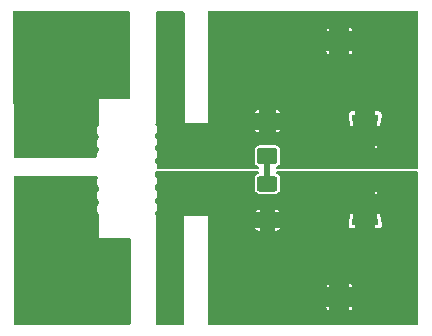
<source format=gbr>
%TF.GenerationSoftware,KiCad,Pcbnew,8.0.3*%
%TF.CreationDate,2024-07-10T14:42:46-05:00*%
%TF.ProjectId,banana to jst ph,62616e61-6e61-4207-946f-206a73742070,2*%
%TF.SameCoordinates,Original*%
%TF.FileFunction,Copper,L2,Bot*%
%TF.FilePolarity,Positive*%
%FSLAX46Y46*%
G04 Gerber Fmt 4.6, Leading zero omitted, Abs format (unit mm)*
G04 Created by KiCad (PCBNEW 8.0.3) date 2024-07-10 14:42:46*
%MOMM*%
%LPD*%
G01*
G04 APERTURE LIST*
G04 Aperture macros list*
%AMRoundRect*
0 Rectangle with rounded corners*
0 $1 Rounding radius*
0 $2 $3 $4 $5 $6 $7 $8 $9 X,Y pos of 4 corners*
0 Add a 4 corners polygon primitive as box body*
4,1,4,$2,$3,$4,$5,$6,$7,$8,$9,$2,$3,0*
0 Add four circle primitives for the rounded corners*
1,1,$1+$1,$2,$3*
1,1,$1+$1,$4,$5*
1,1,$1+$1,$6,$7*
1,1,$1+$1,$8,$9*
0 Add four rect primitives between the rounded corners*
20,1,$1+$1,$2,$3,$4,$5,0*
20,1,$1+$1,$4,$5,$6,$7,0*
20,1,$1+$1,$6,$7,$8,$9,0*
20,1,$1+$1,$8,$9,$2,$3,0*%
%AMOutline4P*
0 Free polygon, 4 corners , with rotation*
0 The origin of the aperture is its center*
0 number of corners: always 4*
0 $1 to $8 corner X, Y*
0 $9 Rotation angle, in degrees counterclockwise*
0 create outline with 4 corners*
4,1,4,$1,$2,$3,$4,$5,$6,$7,$8,$1,$2,$9*%
G04 Aperture macros list end*
%TA.AperFunction,ComponentPad*%
%ADD10R,1.700000X1.700000*%
%TD*%
%TA.AperFunction,ComponentPad*%
%ADD11C,0.800000*%
%TD*%
%TA.AperFunction,ComponentPad*%
%ADD12C,6.400000*%
%TD*%
%TA.AperFunction,SMDPad,CuDef*%
%ADD13RoundRect,0.250000X0.625000X-0.400000X0.625000X0.400000X-0.625000X0.400000X-0.625000X-0.400000X0*%
%TD*%
%TA.AperFunction,SMDPad,CuDef*%
%ADD14Outline4P,-1.800000X-1.150000X1.800000X-0.550000X1.800000X0.550000X-1.800000X1.150000X90.000000*%
%TD*%
%TA.AperFunction,SMDPad,CuDef*%
%ADD15Outline4P,-1.800000X-1.150000X1.800000X-0.550000X1.800000X0.550000X-1.800000X1.150000X270.000000*%
%TD*%
%TA.AperFunction,SMDPad,CuDef*%
%ADD16RoundRect,0.250001X-0.624999X0.462499X-0.624999X-0.462499X0.624999X-0.462499X0.624999X0.462499X0*%
%TD*%
%TA.AperFunction,ViaPad*%
%ADD17C,0.800000*%
%TD*%
%TA.AperFunction,Conductor*%
%ADD18C,0.250000*%
%TD*%
%TA.AperFunction,Conductor*%
%ADD19C,0.500000*%
%TD*%
G04 APERTURE END LIST*
D10*
%TO.P,J3,1,Pin_1*%
%TO.N,GND*%
X152882600Y-88671400D03*
%TD*%
D11*
%TO.P,H1,1,1*%
%TO.N,/Positive*%
X126600138Y-108968250D03*
X127303082Y-107271194D03*
X127303082Y-110665306D03*
X129000138Y-106568250D03*
D12*
X129000138Y-108968250D03*
D11*
X129000138Y-111368250D03*
X130697194Y-107271194D03*
X130697194Y-110665306D03*
X131400138Y-108968250D03*
%TD*%
D10*
%TO.P,J2,1,Pin_1*%
%TO.N,/Positive*%
X152882600Y-110337600D03*
%TD*%
D11*
%TO.P,H2,1,1*%
%TO.N,GND*%
X126600138Y-89918250D03*
X127303082Y-88221194D03*
X127303082Y-91615306D03*
X129000138Y-87518250D03*
D12*
X129000138Y-89918250D03*
D11*
X129000138Y-92318250D03*
X130697194Y-88221194D03*
X130697194Y-91615306D03*
X131400138Y-89918250D03*
%TD*%
D13*
%TO.P,R2,1*%
%TO.N,/Positive*%
X146790000Y-103820000D03*
%TO.P,R2,2*%
%TO.N,Net-(D2-A)*%
X146790000Y-100720000D03*
%TD*%
D14*
%TO.P,D3,1,K*%
%TO.N,/Positive*%
X155067000Y-102468000D03*
D15*
%TO.P,D3,2,A*%
%TO.N,GND*%
X155067000Y-96668000D03*
%TD*%
D16*
%TO.P,D2,1,K*%
%TO.N,GND*%
X146790000Y-95432500D03*
%TO.P,D2,2,A*%
%TO.N,Net-(D2-A)*%
X146790000Y-98407500D03*
%TD*%
D17*
%TO.N,GND*%
X144856200Y-86588600D03*
X144856200Y-95250000D03*
X144856200Y-88320880D03*
X144856200Y-90053160D03*
X144856200Y-91785440D03*
X144856200Y-93517720D03*
%TO.N,/Positive*%
X144856200Y-110535720D03*
X144856200Y-105415080D03*
X144856200Y-107121960D03*
X144856200Y-103708200D03*
X144856200Y-108828840D03*
X144856200Y-112242600D03*
%TD*%
D18*
%TO.N,GND*%
X138500000Y-88475000D02*
X138500000Y-91275000D01*
D19*
%TO.N,Net-(D2-A)*%
X146790000Y-98407500D02*
X146790000Y-100720000D01*
%TD*%
%TA.AperFunction,Conductor*%
%TO.N,/Positive*%
G36*
X133225000Y-106000000D02*
G01*
X133225000Y-112689747D01*
X125455059Y-112689455D01*
X125388021Y-112669768D01*
X125342268Y-112616962D01*
X125331064Y-112565740D01*
X125315796Y-105928517D01*
X125313744Y-105036255D01*
X125575000Y-104775000D01*
X132000000Y-104775000D01*
X133225000Y-106000000D01*
G37*
%TD.AperFunction*%
%TD*%
%TA.AperFunction,Conductor*%
%TO.N,GND*%
G36*
X133325000Y-92575000D02*
G01*
X131875000Y-94025000D01*
X125288416Y-94025000D01*
X125270485Y-86230206D01*
X125290016Y-86163125D01*
X125342714Y-86117248D01*
X125394407Y-86105924D01*
X133325000Y-86101108D01*
X133325000Y-92575000D01*
G37*
%TD.AperFunction*%
%TD*%
%TA.AperFunction,Conductor*%
%TO.N,/Positive*%
G36*
X146039902Y-99719213D02*
G01*
X146076447Y-99769513D01*
X146076447Y-99831687D01*
X146039902Y-99881987D01*
X146013998Y-99895554D01*
X145998565Y-99900954D01*
X145952121Y-99917205D01*
X145952118Y-99917207D01*
X145842850Y-99997850D01*
X145762207Y-100107118D01*
X145762204Y-100107123D01*
X145718720Y-100231396D01*
X145717354Y-100235301D01*
X145714500Y-100265734D01*
X145714500Y-101174266D01*
X145714602Y-101175350D01*
X145717354Y-101204698D01*
X145762204Y-101332876D01*
X145762206Y-101332879D01*
X145762207Y-101332882D01*
X145842850Y-101442150D01*
X145952118Y-101522793D01*
X145952121Y-101522794D01*
X145952123Y-101522795D01*
X145977793Y-101531777D01*
X146080301Y-101567646D01*
X146110734Y-101570500D01*
X146110740Y-101570500D01*
X147469260Y-101570500D01*
X147469266Y-101570500D01*
X147499699Y-101567646D01*
X147627882Y-101522793D01*
X147737150Y-101442150D01*
X147817793Y-101332882D01*
X147862646Y-101204699D01*
X147865500Y-101174266D01*
X147865500Y-100265734D01*
X147862646Y-100235301D01*
X147817793Y-100107118D01*
X147737150Y-99997850D01*
X147627882Y-99917207D01*
X147627879Y-99917206D01*
X147627878Y-99917205D01*
X147587328Y-99903016D01*
X147566002Y-99895554D01*
X147516536Y-99857891D01*
X147498654Y-99798343D01*
X147519189Y-99739658D01*
X147570296Y-99704250D01*
X147599229Y-99700000D01*
X159480400Y-99700000D01*
X159539531Y-99719213D01*
X159576076Y-99769513D01*
X159581000Y-99800600D01*
X159581000Y-112599200D01*
X159561787Y-112658331D01*
X159511487Y-112694876D01*
X159480400Y-112699800D01*
X141832477Y-112699800D01*
X141773346Y-112680587D01*
X141736801Y-112630287D01*
X141731877Y-112599323D01*
X141730179Y-111212223D01*
X151782600Y-111212223D01*
X151797104Y-111285144D01*
X151852360Y-111367839D01*
X151935055Y-111423095D01*
X152007977Y-111437600D01*
X152032600Y-111437600D01*
X153732600Y-111437600D01*
X153757223Y-111437600D01*
X153830144Y-111423095D01*
X153912839Y-111367839D01*
X153968095Y-111285144D01*
X153982600Y-111212223D01*
X153982600Y-111187600D01*
X153732600Y-111187600D01*
X153732600Y-111437600D01*
X152032600Y-111437600D01*
X152032600Y-111187600D01*
X151782600Y-111187600D01*
X151782600Y-111212223D01*
X141730179Y-111212223D01*
X141729028Y-110271774D01*
X152382600Y-110271774D01*
X152382600Y-110403426D01*
X152416675Y-110530593D01*
X152482501Y-110644607D01*
X152575593Y-110737699D01*
X152689607Y-110803525D01*
X152816774Y-110837600D01*
X152948426Y-110837600D01*
X153075593Y-110803525D01*
X153189607Y-110737699D01*
X153282699Y-110644607D01*
X153348525Y-110530593D01*
X153382600Y-110403426D01*
X153382600Y-110271774D01*
X153348525Y-110144607D01*
X153282699Y-110030593D01*
X153189607Y-109937501D01*
X153075593Y-109871675D01*
X152948426Y-109837600D01*
X152816774Y-109837600D01*
X152689607Y-109871675D01*
X152575593Y-109937501D01*
X152482501Y-110030593D01*
X152416675Y-110144607D01*
X152382600Y-110271774D01*
X141729028Y-110271774D01*
X141728038Y-109462976D01*
X151782600Y-109462976D01*
X151782600Y-109487600D01*
X152032600Y-109487600D01*
X153732600Y-109487600D01*
X153982600Y-109487600D01*
X153982600Y-109462976D01*
X153968095Y-109390055D01*
X153912839Y-109307360D01*
X153830144Y-109252104D01*
X153757223Y-109237600D01*
X153732600Y-109237600D01*
X153732600Y-109487600D01*
X152032600Y-109487600D01*
X152032600Y-109237600D01*
X152007977Y-109237600D01*
X151935055Y-109252104D01*
X151852360Y-109307360D01*
X151797104Y-109390055D01*
X151782600Y-109462976D01*
X141728038Y-109462976D01*
X141721927Y-104470000D01*
X145727569Y-104470000D01*
X145807809Y-104577187D01*
X145922912Y-104663354D01*
X145922914Y-104663355D01*
X146057619Y-104713596D01*
X146057624Y-104713597D01*
X146117172Y-104720000D01*
X146140000Y-104720000D01*
X147440000Y-104720000D01*
X147462828Y-104720000D01*
X147522375Y-104713597D01*
X147522380Y-104713596D01*
X147657085Y-104663355D01*
X147657087Y-104663354D01*
X147772190Y-104577187D01*
X147852431Y-104470000D01*
X147440000Y-104470000D01*
X147440000Y-104720000D01*
X146140000Y-104720000D01*
X146140000Y-104470000D01*
X145727569Y-104470000D01*
X141721927Y-104470000D01*
X141721715Y-104296938D01*
X153663750Y-104296938D01*
X153694101Y-104391647D01*
X153694101Y-104391648D01*
X153758389Y-104467537D01*
X153846820Y-104513046D01*
X153882106Y-104518000D01*
X154217000Y-104518000D01*
X155917000Y-104518000D01*
X156251891Y-104518000D01*
X156287181Y-104513045D01*
X156287182Y-104513045D01*
X156375607Y-104467540D01*
X156375612Y-104467536D01*
X156439897Y-104391649D01*
X156470248Y-104296938D01*
X156469334Y-104261315D01*
X156469333Y-104261311D01*
X156312115Y-103318000D01*
X155917000Y-103318000D01*
X155917000Y-104518000D01*
X154217000Y-104518000D01*
X154217000Y-103318000D01*
X153821884Y-103318000D01*
X153664663Y-104261320D01*
X153663750Y-104296938D01*
X141721715Y-104296938D01*
X141720678Y-103450000D01*
X139725000Y-103450000D01*
X139742004Y-109741541D01*
X139749727Y-112599128D01*
X139730674Y-112658311D01*
X139680473Y-112694992D01*
X139649127Y-112700000D01*
X137475608Y-112700000D01*
X137416477Y-112680787D01*
X137379932Y-112630487D01*
X137375008Y-112599392D01*
X137375226Y-109741541D01*
X137375709Y-103432600D01*
X137375708Y-103432600D01*
X137371872Y-103428763D01*
X137324549Y-103413387D01*
X137288004Y-103363087D01*
X137283080Y-103332000D01*
X137283080Y-103199815D01*
X137292768Y-103170000D01*
X145727569Y-103170000D01*
X146140000Y-103170000D01*
X147440000Y-103170000D01*
X147852430Y-103170000D01*
X147772190Y-103062812D01*
X147657087Y-102976645D01*
X147657085Y-102976644D01*
X147522380Y-102926403D01*
X147522375Y-102926402D01*
X147462828Y-102920000D01*
X147440000Y-102920000D01*
X147440000Y-103170000D01*
X146140000Y-103170000D01*
X146140000Y-102920000D01*
X146117172Y-102920000D01*
X146057624Y-102926402D01*
X146057619Y-102926403D01*
X145922914Y-102976644D01*
X145922912Y-102976645D01*
X145807809Y-103062812D01*
X145727569Y-103170000D01*
X137292768Y-103170000D01*
X137302293Y-103140684D01*
X137312545Y-103128680D01*
X137344513Y-103096712D01*
X137344514Y-103096710D01*
X137358579Y-103072349D01*
X137419292Y-102967192D01*
X137458000Y-102822731D01*
X137458000Y-102673173D01*
X137457999Y-102673171D01*
X137457999Y-102673167D01*
X137419293Y-102528715D01*
X137419291Y-102528710D01*
X137344514Y-102399193D01*
X137312545Y-102367224D01*
X137284319Y-102311826D01*
X137283080Y-102296089D01*
X137283080Y-102063339D01*
X137302293Y-102004208D01*
X137312545Y-101992204D01*
X137344513Y-101960236D01*
X137344514Y-101960234D01*
X137358579Y-101935873D01*
X137419292Y-101830716D01*
X137458000Y-101686255D01*
X137458000Y-101618000D01*
X154105218Y-101618000D01*
X154217000Y-101618000D01*
X155917000Y-101618000D01*
X156028782Y-101618000D01*
X155917000Y-100947308D01*
X155917000Y-101618000D01*
X154217000Y-101618000D01*
X154217000Y-100947314D01*
X154216999Y-100947314D01*
X154105218Y-101618000D01*
X137458000Y-101618000D01*
X137458000Y-101536697D01*
X137457999Y-101536695D01*
X137457999Y-101536691D01*
X137419293Y-101392239D01*
X137419291Y-101392234D01*
X137344514Y-101262717D01*
X137312545Y-101230748D01*
X137284319Y-101175350D01*
X137283080Y-101159613D01*
X137283080Y-100926863D01*
X137302293Y-100867732D01*
X137312545Y-100855728D01*
X137344513Y-100823760D01*
X137344514Y-100823758D01*
X137358579Y-100799397D01*
X137419292Y-100694240D01*
X137458000Y-100549779D01*
X137458000Y-100400221D01*
X137457999Y-100400219D01*
X137457999Y-100400215D01*
X137419293Y-100255763D01*
X137419291Y-100255758D01*
X137344514Y-100126241D01*
X137312545Y-100094272D01*
X137284319Y-100038874D01*
X137283080Y-100023137D01*
X137283080Y-99800600D01*
X137302293Y-99741469D01*
X137352593Y-99704924D01*
X137383680Y-99700000D01*
X145980771Y-99700000D01*
X146039902Y-99719213D01*
G37*
%TD.AperFunction*%
%TA.AperFunction,Conductor*%
G36*
X132401395Y-100112863D02*
G01*
X132437940Y-100163163D01*
X132437940Y-100225337D01*
X132429386Y-100244550D01*
X132362202Y-100360914D01*
X132362200Y-100360919D01*
X132323494Y-100505371D01*
X132323494Y-100654940D01*
X132362200Y-100799392D01*
X132362202Y-100799397D01*
X132436979Y-100928914D01*
X132478415Y-100970350D01*
X132506641Y-101025748D01*
X132507880Y-101041485D01*
X132507880Y-101255303D01*
X132488667Y-101314434D01*
X132478415Y-101326438D01*
X132436981Y-101367872D01*
X132436979Y-101367873D01*
X132362202Y-101497390D01*
X132362200Y-101497395D01*
X132323494Y-101641847D01*
X132323494Y-101791416D01*
X132362200Y-101935868D01*
X132362202Y-101935873D01*
X132436979Y-102065390D01*
X132478415Y-102106826D01*
X132506641Y-102162224D01*
X132507880Y-102177961D01*
X132507880Y-102391779D01*
X132488667Y-102450910D01*
X132478415Y-102462914D01*
X132436981Y-102504348D01*
X132436979Y-102504349D01*
X132362202Y-102633866D01*
X132362200Y-102633871D01*
X132323494Y-102778323D01*
X132323494Y-102927892D01*
X132362200Y-103072344D01*
X132362202Y-103072349D01*
X132436979Y-103201866D01*
X132478415Y-103243302D01*
X132506641Y-103298700D01*
X132507880Y-103314437D01*
X132507880Y-103417534D01*
X132523761Y-103448703D01*
X132525000Y-103464440D01*
X132525000Y-105300000D01*
X135099400Y-105300000D01*
X135158531Y-105319213D01*
X135195076Y-105369513D01*
X135200000Y-105400600D01*
X135200000Y-112589219D01*
X135180787Y-112648350D01*
X135130487Y-112684895D01*
X135099396Y-112689819D01*
X130218601Y-112689634D01*
X130218599Y-112689635D01*
X130218598Y-112689635D01*
X129185950Y-112689596D01*
X128814340Y-112689581D01*
X128814338Y-112689582D01*
X128814337Y-112689582D01*
X127781583Y-112689543D01*
X125431714Y-112689454D01*
X125372584Y-112670239D01*
X125336041Y-112619937D01*
X125331118Y-112589085D01*
X125328469Y-111437600D01*
X125322499Y-108842327D01*
X127400138Y-108842327D01*
X127400138Y-109094173D01*
X127439535Y-109342918D01*
X127517359Y-109582437D01*
X127631695Y-109806833D01*
X127779726Y-110010580D01*
X127957808Y-110188662D01*
X128161555Y-110336693D01*
X128385951Y-110451029D01*
X128625470Y-110528853D01*
X128874215Y-110568250D01*
X129126061Y-110568250D01*
X129374806Y-110528853D01*
X129614325Y-110451029D01*
X129838721Y-110336693D01*
X130042468Y-110188662D01*
X130220550Y-110010580D01*
X130368581Y-109806833D01*
X130482917Y-109582437D01*
X130560741Y-109342918D01*
X130600138Y-109094173D01*
X130600138Y-108842327D01*
X130560741Y-108593582D01*
X130482917Y-108354063D01*
X130368581Y-108129667D01*
X130220550Y-107925920D01*
X130042468Y-107747838D01*
X129838721Y-107599807D01*
X129614325Y-107485471D01*
X129374806Y-107407647D01*
X129126061Y-107368250D01*
X128874215Y-107368250D01*
X128625470Y-107407647D01*
X128385951Y-107485471D01*
X128161555Y-107599807D01*
X127957808Y-107747838D01*
X127779726Y-107925920D01*
X127631695Y-108129667D01*
X127517359Y-108354063D01*
X127439535Y-108593582D01*
X127400138Y-108842327D01*
X125322499Y-108842327D01*
X125302607Y-100194479D01*
X125321684Y-100135306D01*
X125371900Y-100098645D01*
X125403207Y-100093650D01*
X132342264Y-100093650D01*
X132401395Y-100112863D01*
G37*
%TD.AperFunction*%
%TD*%
%TA.AperFunction,Conductor*%
%TO.N,GND*%
G36*
X159539531Y-86125213D02*
G01*
X159576076Y-86175513D01*
X159581000Y-86206600D01*
X159581000Y-99393900D01*
X159561787Y-99453031D01*
X159511487Y-99489576D01*
X159480400Y-99494500D01*
X147599214Y-99494500D01*
X147591262Y-99495081D01*
X147530890Y-99480222D01*
X147490782Y-99432715D01*
X147486257Y-99370705D01*
X147519045Y-99317880D01*
X147550712Y-99299795D01*
X147627882Y-99272793D01*
X147737150Y-99192150D01*
X147817793Y-99082882D01*
X147862646Y-98954698D01*
X147865500Y-98924265D01*
X147865499Y-97890736D01*
X147862646Y-97860302D01*
X147817793Y-97732118D01*
X147737150Y-97622850D01*
X147627882Y-97542207D01*
X147627879Y-97542206D01*
X147627876Y-97542204D01*
X147558703Y-97518000D01*
X154105218Y-97518000D01*
X154216999Y-98188690D01*
X154217000Y-98188690D01*
X154217000Y-98188684D01*
X155917000Y-98188684D01*
X156028781Y-97518000D01*
X155917000Y-97518000D01*
X155917000Y-98188684D01*
X154217000Y-98188684D01*
X154217000Y-97518000D01*
X154105218Y-97518000D01*
X147558703Y-97518000D01*
X147535565Y-97509904D01*
X147499698Y-97497354D01*
X147469265Y-97494500D01*
X147469259Y-97494500D01*
X146110742Y-97494500D01*
X146110739Y-97494500D01*
X146110736Y-97494501D01*
X146092475Y-97496212D01*
X146080300Y-97497354D01*
X145952121Y-97542205D01*
X145952118Y-97542207D01*
X145842850Y-97622850D01*
X145762207Y-97732118D01*
X145762204Y-97732123D01*
X145717354Y-97860302D01*
X145714500Y-97890740D01*
X145714500Y-98924257D01*
X145714500Y-98924259D01*
X145714501Y-98924264D01*
X145716783Y-98948611D01*
X145717354Y-98954699D01*
X145762205Y-99082878D01*
X145762206Y-99082879D01*
X145762207Y-99082882D01*
X145842850Y-99192150D01*
X145952118Y-99272793D01*
X145952121Y-99272794D01*
X145952123Y-99272795D01*
X145980732Y-99282805D01*
X146030946Y-99300375D01*
X146080413Y-99338039D01*
X146098295Y-99397586D01*
X146077761Y-99456272D01*
X146026654Y-99491679D01*
X145984736Y-99494506D01*
X145984713Y-99494810D01*
X145982647Y-99494647D01*
X145981988Y-99494692D01*
X145980777Y-99494500D01*
X145980771Y-99494500D01*
X137558600Y-99494500D01*
X137499469Y-99475287D01*
X137462924Y-99424987D01*
X137458000Y-99393900D01*
X137458000Y-99238346D01*
X137457999Y-99238339D01*
X137419293Y-99093887D01*
X137419291Y-99093882D01*
X137344514Y-98964365D01*
X137312545Y-98932396D01*
X137284319Y-98876998D01*
X137283080Y-98861261D01*
X137283080Y-98718507D01*
X137302293Y-98659376D01*
X137312545Y-98647372D01*
X137344513Y-98615404D01*
X137344514Y-98615402D01*
X137419291Y-98485885D01*
X137419292Y-98485884D01*
X137458000Y-98341423D01*
X137458000Y-98191865D01*
X137457999Y-98191863D01*
X137457999Y-98191859D01*
X137419293Y-98047407D01*
X137419291Y-98047402D01*
X137344514Y-97917885D01*
X137312545Y-97885916D01*
X137284319Y-97830518D01*
X137283080Y-97814781D01*
X137283080Y-97646627D01*
X137302293Y-97587496D01*
X137312545Y-97575492D01*
X137344513Y-97543524D01*
X137344514Y-97543522D01*
X137345273Y-97542207D01*
X137419292Y-97414004D01*
X137458000Y-97269543D01*
X137458000Y-97119985D01*
X137457999Y-97119983D01*
X137457999Y-97119979D01*
X137419293Y-96975527D01*
X137419291Y-96975522D01*
X137344514Y-96846005D01*
X137312545Y-96814036D01*
X137284319Y-96758638D01*
X137283080Y-96742901D01*
X137283080Y-96574747D01*
X137302293Y-96515616D01*
X137312545Y-96503612D01*
X137344513Y-96471644D01*
X137344514Y-96471642D01*
X137358579Y-96447281D01*
X137419292Y-96342124D01*
X137458000Y-96197663D01*
X137458000Y-96145000D01*
X145727571Y-96145000D01*
X145807811Y-96252188D01*
X145922915Y-96338354D01*
X146057621Y-96388597D01*
X146077500Y-96390733D01*
X147502500Y-96390733D01*
X147522378Y-96388597D01*
X147657084Y-96338354D01*
X147772188Y-96252188D01*
X147852429Y-96145000D01*
X147502500Y-96145000D01*
X147502500Y-96390733D01*
X146077500Y-96390733D01*
X146077500Y-96145000D01*
X145727571Y-96145000D01*
X137458000Y-96145000D01*
X137458000Y-96048105D01*
X137457999Y-96048103D01*
X137457999Y-96048099D01*
X137419293Y-95903647D01*
X137419291Y-95903642D01*
X137344514Y-95774125D01*
X137342195Y-95771806D01*
X137341129Y-95769714D01*
X137340499Y-95768893D01*
X137340651Y-95768776D01*
X137313969Y-95716408D01*
X137323695Y-95655000D01*
X137347338Y-95631356D01*
X137345468Y-95629482D01*
X137374999Y-95600000D01*
X137374998Y-95599999D01*
X137375000Y-95600000D01*
X137373398Y-86250001D01*
X137392601Y-86190868D01*
X137442894Y-86154314D01*
X137474019Y-86149385D01*
X139674427Y-86149973D01*
X139733553Y-86169202D01*
X139770085Y-86219511D01*
X139775000Y-86250573D01*
X139775012Y-94800000D01*
X139775012Y-94800002D01*
X139774999Y-95599999D01*
X139775000Y-95600000D01*
X141732000Y-95600000D01*
X141732000Y-94839061D01*
X153663751Y-94839061D01*
X153664665Y-94874684D01*
X153664666Y-94874688D01*
X153821884Y-95818000D01*
X154217000Y-95818000D01*
X155917000Y-95818000D01*
X156312115Y-95818000D01*
X156312115Y-95817999D01*
X156469336Y-94874679D01*
X156470249Y-94839061D01*
X156439898Y-94744352D01*
X156439898Y-94744351D01*
X156375610Y-94668462D01*
X156287179Y-94622953D01*
X156251889Y-94617999D01*
X155917000Y-94617999D01*
X155917000Y-95818000D01*
X154217000Y-95818000D01*
X154217000Y-94617999D01*
X153882107Y-94617999D01*
X153846818Y-94622954D01*
X153846817Y-94622954D01*
X153758392Y-94668459D01*
X153758387Y-94668463D01*
X153694102Y-94744350D01*
X153663751Y-94839061D01*
X141732000Y-94839061D01*
X141732000Y-94720000D01*
X145727571Y-94720000D01*
X146077500Y-94720000D01*
X147502500Y-94720000D01*
X147852428Y-94720000D01*
X147772188Y-94612811D01*
X147657084Y-94526645D01*
X147522375Y-94476402D01*
X147502500Y-94474265D01*
X147502500Y-94720000D01*
X146077500Y-94720000D01*
X146077500Y-94474265D01*
X146077499Y-94474265D01*
X146057624Y-94476402D01*
X145922915Y-94526645D01*
X145807811Y-94612811D01*
X145727571Y-94720000D01*
X141732000Y-94720000D01*
X141732000Y-89546023D01*
X151782600Y-89546023D01*
X151797104Y-89618944D01*
X151852360Y-89701639D01*
X151935055Y-89756895D01*
X152007977Y-89771400D01*
X152032600Y-89771400D01*
X153732600Y-89771400D01*
X153757223Y-89771400D01*
X153830144Y-89756895D01*
X153912839Y-89701639D01*
X153968095Y-89618944D01*
X153982600Y-89546023D01*
X153982600Y-89521400D01*
X153732600Y-89521400D01*
X153732600Y-89771400D01*
X152032600Y-89771400D01*
X152032600Y-89521400D01*
X151782600Y-89521400D01*
X151782600Y-89546023D01*
X141732000Y-89546023D01*
X141732000Y-88605574D01*
X152382600Y-88605574D01*
X152382600Y-88737226D01*
X152416675Y-88864393D01*
X152482501Y-88978407D01*
X152575593Y-89071499D01*
X152689607Y-89137325D01*
X152816774Y-89171400D01*
X152948426Y-89171400D01*
X153075593Y-89137325D01*
X153189607Y-89071499D01*
X153282699Y-88978407D01*
X153348525Y-88864393D01*
X153382600Y-88737226D01*
X153382600Y-88605574D01*
X153348525Y-88478407D01*
X153282699Y-88364393D01*
X153189607Y-88271301D01*
X153075593Y-88205475D01*
X152948426Y-88171400D01*
X152816774Y-88171400D01*
X152689607Y-88205475D01*
X152575593Y-88271301D01*
X152482501Y-88364393D01*
X152416675Y-88478407D01*
X152382600Y-88605574D01*
X141732000Y-88605574D01*
X141732000Y-87796776D01*
X151782600Y-87796776D01*
X151782600Y-87821400D01*
X152032600Y-87821400D01*
X153732600Y-87821400D01*
X153982600Y-87821400D01*
X153982600Y-87796776D01*
X153968095Y-87723855D01*
X153912839Y-87641160D01*
X153830144Y-87585904D01*
X153757223Y-87571400D01*
X153732600Y-87571400D01*
X153732600Y-87821400D01*
X152032600Y-87821400D01*
X152032600Y-87571400D01*
X152007977Y-87571400D01*
X151935055Y-87585904D01*
X151852360Y-87641160D01*
X151797104Y-87723855D01*
X151782600Y-87796776D01*
X141732000Y-87796776D01*
X141732000Y-86206600D01*
X141751213Y-86147469D01*
X141801513Y-86110924D01*
X141832600Y-86106000D01*
X159480400Y-86106000D01*
X159539531Y-86125213D01*
G37*
%TD.AperFunction*%
%TA.AperFunction,Conductor*%
G36*
X135108819Y-86119237D02*
G01*
X135145394Y-86169515D01*
X135150336Y-86200322D01*
X135174661Y-93447262D01*
X135155647Y-93506458D01*
X135105470Y-93543171D01*
X135074062Y-93548200D01*
X132500000Y-93548200D01*
X132516889Y-95505498D01*
X132507880Y-95534061D01*
X132507880Y-95766711D01*
X132488667Y-95825842D01*
X132478415Y-95837846D01*
X132436981Y-95879280D01*
X132436979Y-95879281D01*
X132362202Y-96008798D01*
X132362200Y-96008803D01*
X132323494Y-96153255D01*
X132323494Y-96302824D01*
X132362200Y-96447276D01*
X132362202Y-96447281D01*
X132436979Y-96576798D01*
X132478415Y-96618234D01*
X132506641Y-96673632D01*
X132507880Y-96689369D01*
X132507880Y-96838591D01*
X132488667Y-96897722D01*
X132478415Y-96909726D01*
X132436981Y-96951160D01*
X132436979Y-96951161D01*
X132362202Y-97080678D01*
X132362200Y-97080683D01*
X132323494Y-97225135D01*
X132323494Y-97374704D01*
X132362200Y-97519156D01*
X132362202Y-97519161D01*
X132436979Y-97648678D01*
X132478415Y-97690114D01*
X132506641Y-97745512D01*
X132507880Y-97761249D01*
X132507880Y-97910471D01*
X132488667Y-97969602D01*
X132478415Y-97981606D01*
X132436981Y-98023040D01*
X132436979Y-98023041D01*
X132362202Y-98152558D01*
X132362200Y-98152563D01*
X132323494Y-98297015D01*
X132323494Y-98446577D01*
X132324355Y-98453118D01*
X132321992Y-98453428D01*
X132319283Y-98505104D01*
X132280155Y-98553421D01*
X132225366Y-98569650D01*
X125399239Y-98569650D01*
X125340108Y-98550437D01*
X125303563Y-98500137D01*
X125298639Y-98469281D01*
X125297994Y-98188684D01*
X125278679Y-89792327D01*
X127400138Y-89792327D01*
X127400138Y-90044173D01*
X127439535Y-90292918D01*
X127517359Y-90532437D01*
X127631695Y-90756833D01*
X127779726Y-90960580D01*
X127957808Y-91138662D01*
X128161555Y-91286693D01*
X128385951Y-91401029D01*
X128625470Y-91478853D01*
X128874215Y-91518250D01*
X129126061Y-91518250D01*
X129374806Y-91478853D01*
X129614325Y-91401029D01*
X129838721Y-91286693D01*
X130042468Y-91138662D01*
X130220550Y-90960580D01*
X130368581Y-90756833D01*
X130482917Y-90532437D01*
X130560741Y-90292918D01*
X130600138Y-90044173D01*
X130600138Y-89792327D01*
X130560741Y-89543582D01*
X130482917Y-89304063D01*
X130368581Y-89079667D01*
X130220550Y-88875920D01*
X130042468Y-88697838D01*
X129838721Y-88549807D01*
X129614325Y-88435471D01*
X129374806Y-88357647D01*
X129126061Y-88318250D01*
X128874215Y-88318250D01*
X128625470Y-88357647D01*
X128385951Y-88435471D01*
X128161555Y-88549807D01*
X127957808Y-88697838D01*
X127779726Y-88875920D01*
X127631695Y-89079667D01*
X127517359Y-89304063D01*
X127439535Y-89543582D01*
X127400138Y-89792327D01*
X125278679Y-89792327D01*
X125270431Y-86206766D01*
X125289508Y-86147594D01*
X125339724Y-86110933D01*
X125370964Y-86105938D01*
X135049678Y-86100060D01*
X135108819Y-86119237D01*
G37*
%TD.AperFunction*%
%TD*%
M02*

</source>
